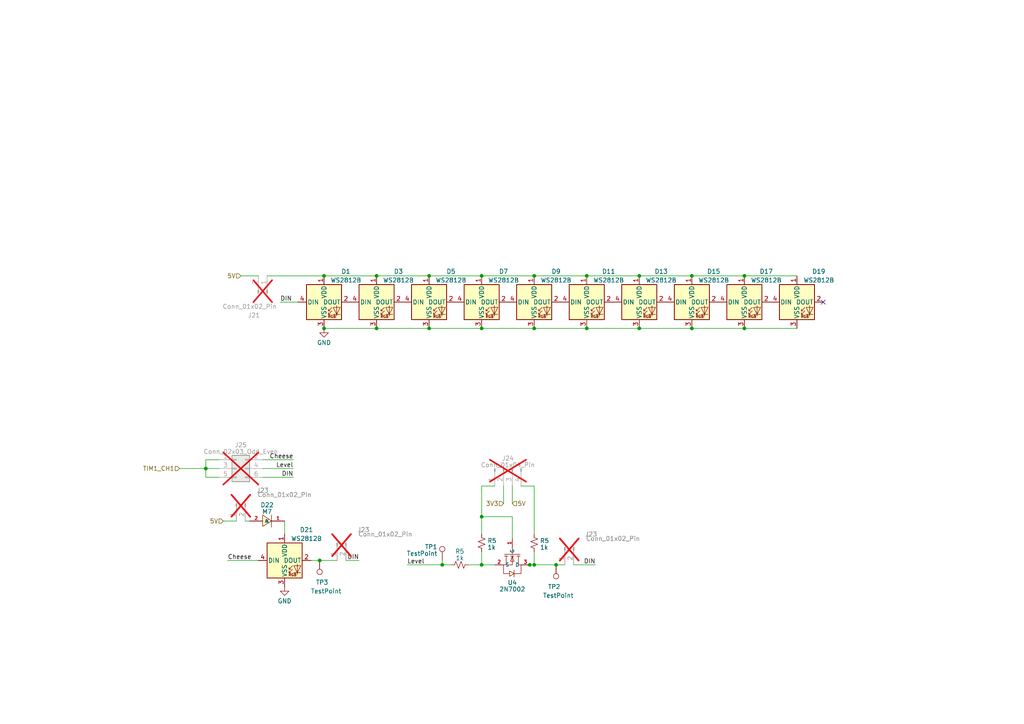
<source format=kicad_sch>
(kicad_sch (version 20230121) (generator eeschema)
  (paper "A4")
  (lib_symbols
    (symbol "Connector:Conn_01x02_Pin" (pin_names (offset 1.016) hide)
      (property "Reference" "J" (at 0 2.54 0))
      (property "Value" "Conn_01x02_Pin" (at 0 -5.08 0))
      (symbol "Conn_01x02_Pin_1_1"
        (polyline (pts (xy 1.27 -2.54) (xy 0.8636 -2.54)) (stroke (width 0.1524)))
        (polyline (pts (xy 1.27 0) (xy 0.8636 0)) (stroke (width 0.1524)))
        (rectangle (start 0.8636 -2.413) (end 0 -2.667) (stroke (width 0.1524)) (fill (type outline)))
        (rectangle (start 0.8636 0.127) (end 0 -0.127) (stroke (width 0.1524)) (fill (type outline)))
        (pin passive line (at 5.08 0 180) (length 3.81) (name "Pin_1") (number "1"))
        (pin passive line (at 5.08 -2.54 180) (length 3.81) (name "Pin_2") (number "2"))
      )
    )
    (symbol "Connector:Conn_01x04_Pin" (pin_names (offset 1.016) hide)
      (property "Reference" "J" (at 0 5.08 0))
      (property "Value" "Conn_01x04_Pin" (at 0 -7.62 0))
      (symbol "Conn_01x04_Pin_1_1"
        (polyline (pts (xy 1.27 -5.08) (xy 0.8636 -5.08)) (stroke (width 0.1524)))
        (polyline (pts (xy 1.27 -2.54) (xy 0.8636 -2.54)) (stroke (width 0.1524)))
        (polyline (pts (xy 1.27 0) (xy 0.8636 0)) (stroke (width 0.1524)))
        (polyline (pts (xy 1.27 2.54) (xy 0.8636 2.54)) (stroke (width 0.1524)))
        (rectangle (start 0.8636 -4.953) (end 0 -5.207) (stroke (width 0.1524)) (fill (type outline)))
        (rectangle (start 0.8636 -2.413) (end 0 -2.667) (stroke (width 0.1524)) (fill (type outline)))
        (rectangle (start 0.8636 0.127) (end 0 -0.127) (stroke (width 0.1524)) (fill (type outline)))
        (rectangle (start 0.8636 2.667) (end 0 2.413) (stroke (width 0.1524)) (fill (type outline)))
        (pin passive line (at 5.08 2.54 180) (length 3.81) (name "Pin_1") (number "1"))
        (pin passive line (at 5.08 0 180) (length 3.81) (name "Pin_2") (number "2"))
        (pin passive line (at 5.08 -2.54 180) (length 3.81) (name "Pin_3") (number "3"))
        (pin passive line (at 5.08 -5.08 180) (length 3.81) (name "Pin_4") (number "4"))
      )
    )
    (symbol "Connector:TestPoint" (pin_numbers hide) (pin_names (offset 0.762) hide)
      (property "Reference" "TP" (at 0 6.858 0))
      (property "Value" "TestPoint" (at 0 5.08 0))
      (symbol "TestPoint_0_1"
        (circle (center 0 3.302) (radius 0.762))
      )
      (symbol "TestPoint_1_1"
        (pin passive line (at 0 0 90) (length 2.54) (name "1") (number "1"))
      )
    )
    (symbol "Connector_Generic:Conn_02x03_Odd_Even" (pin_names (offset 1.016) hide)
      (property "Reference" "J" (at 1.27 5.08 0))
      (property "Value" "Conn_02x03_Odd_Even" (at 1.27 -5.08 0))
      (symbol "Conn_02x03_Odd_Even_1_1"
        (rectangle (start -1.27 -2.413) (end 0 -2.667) (stroke (width 0.1524)))
        (rectangle (start -1.27 0.127) (end 0 -0.127) (stroke (width 0.1524)))
        (rectangle (start -1.27 2.667) (end 0 2.413) (stroke (width 0.1524)))
        (rectangle (start -1.27 3.81) (end 3.81 -3.81) (stroke (width 0.254)) (fill (type background)))
        (rectangle (start 3.81 -2.413) (end 2.54 -2.667) (stroke (width 0.1524)))
        (rectangle (start 3.81 0.127) (end 2.54 -0.127) (stroke (width 0.1524)))
        (rectangle (start 3.81 2.667) (end 2.54 2.413) (stroke (width 0.1524)))
        (pin passive line (at -5.08 2.54 0) (length 3.81) (name "Pin_1") (number "1"))
        (pin passive line (at 7.62 2.54 180) (length 3.81) (name "Pin_2") (number "2"))
        (pin passive line (at -5.08 0 0) (length 3.81) (name "Pin_3") (number "3"))
        (pin passive line (at 7.62 0 180) (length 3.81) (name "Pin_4") (number "4"))
        (pin passive line (at -5.08 -2.54 0) (length 3.81) (name "Pin_5") (number "5"))
        (pin passive line (at 7.62 -2.54 180) (length 3.81) (name "Pin_6") (number "6"))
      )
    )
    (symbol "Device:R_Small_US" (pin_numbers hide) (pin_names (offset 0.254) hide)
      (property "Reference" "R" (at 0.762 0.508 0))
      (property "Value" "R_Small_US" (at 0.762 -1.016 0))
      (symbol "R_Small_US_1_1"
        (polyline (pts (xy 0 0) (xy 1.016 -0.381) (xy 0 -0.762) (xy -1.016 -1.143) (xy 0 -1.524)))
        (polyline (pts (xy 0 1.524) (xy 1.016 1.143) (xy 0 0.762) (xy -1.016 0.381) (xy 0 0)))
        (pin passive line (at 0 2.54 270) (length 1.016) (name "~") (number "1"))
        (pin passive line (at 0 -2.54 90) (length 1.016) (name "~") (number "2"))
      )
    )
    (symbol "EEE4022S:AO3400A"
      (property "Reference" "U" (at 0 1.27 0))
      (property "Value" "AO3400A" (at 0 -2.54 0))
      (symbol "AO3400A_0_1"
        (polyline (pts (xy -2.54 0) (xy -0.508 0)))
        (polyline (pts (xy -0.508 2.286) (xy -0.508 -2.286)))
        (polyline (pts (xy 0 -2.286) (xy 0 -1.27)))
        (polyline (pts (xy 0 -0.508) (xy 0 0.508)))
        (polyline (pts (xy 0 2.286) (xy 0 1.27)))
        (polyline (pts (xy 2.54 -1.778) (xy 0 -1.778)))
        (polyline (pts (xy 0 0) (xy 1.524 -0.508) (xy 1.524 0.508) (xy 0 0)) (fill (type background)))
        (polyline (pts (xy 5.08 0.508) (xy 4.318 -0.762) (xy 5.842 -0.762) (xy 5.08 0.508)) (fill (type background)))
        (polyline (pts (xy 6.096 0.508) (xy 5.588 0.508) (xy 4.572 0.508) (xy 4.064 0.508)))
        (polyline (pts (xy 0 0) (xy 2.54 0) (xy 2.54 -2.54) (xy 5.08 -2.54) (xy 5.08 -0.762)))
        (polyline (pts (xy 0 1.778) (xy 2.54 1.778) (xy 2.54 2.54) (xy 5.08 2.54) (xy 5.08 0.508)))
        (pin unspecified line (at -5.08 0 0) (length 2.54) (name "G") (number "1"))
        (pin unspecified line (at 2.54 -5.08 90) (length 2.54) (name "S") (number "2"))
        (pin unspecified line (at 2.54 5.08 270) (length 2.54) (name "D") (number "3"))
      )
    )
    (symbol "EEE4022S:M7_C95872"
      (property "Reference" "D" (at 0 1.27 0))
      (property "Value" "M7_C95872" (at 0 -2.54 0))
      (symbol "M7_C95872_0_1"
        (polyline (pts (xy -1.27 1.778) (xy -1.27 -1.778)))
        (polyline (pts (xy 1.27 1.524) (xy -1.27 0) (xy 1.27 -1.778) (xy 1.27 1.524)) (fill (type background)))
        (pin unspecified line (at -5.08 0 0) (length 3.81) (name "K") (number "1"))
        (pin unspecified line (at 5.08 0 180) (length 3.81) (name "A") (number "2"))
      )
    )
    (symbol "LED:WS2812B" (pin_names (offset 0.254))
      (property "Reference" "D" (at 5.08 5.715 0))
      (property "Value" "WS2812B" (at 1.27 -5.715 0))
      (symbol "WS2812B_0_0"
        (text "RGB" (at 2.286 -4.191 0) (effects (font (size 0.762 0.762))))
      )
      (symbol "WS2812B_0_1"
        (polyline (pts (xy 1.27 -3.556) (xy 1.778 -3.556)))
        (polyline (pts (xy 1.27 -2.54) (xy 1.778 -2.54)))
        (polyline (pts (xy 4.699 -3.556) (xy 2.667 -3.556)))
        (polyline (pts (xy 2.286 -2.54) (xy 1.27 -3.556) (xy 1.27 -3.048)))
        (polyline (pts (xy 2.286 -1.524) (xy 1.27 -2.54) (xy 1.27 -2.032)))
        (polyline (pts (xy 3.683 -1.016) (xy 3.683 -3.556) (xy 3.683 -4.064)))
        (polyline (pts (xy 4.699 -1.524) (xy 2.667 -1.524) (xy 3.683 -3.556) (xy 4.699 -1.524)))
        (rectangle (start 5.08 5.08) (end -5.08 -5.08) (stroke (width 0.254)) (fill (type background)))
      )
      (symbol "WS2812B_1_1"
        (pin power_in line (at 0 7.62 270) (length 2.54) (name "VDD") (number "1"))
        (pin output line (at 7.62 0 180) (length 2.54) (name "DOUT") (number "2"))
        (pin power_in line (at 0 -7.62 90) (length 2.54) (name "VSS") (number "3"))
        (pin input line (at -7.62 0 0) (length 2.54) (name "DIN") (number "4"))
      )
    )
    (symbol "power:GND" (power) (pin_names (offset 0))
      (property "Value" "GND" (at 0 -3.81 0))
      (symbol "GND_0_1"
        (polyline (pts (xy 0 0) (xy 0 -1.27) (xy 1.27 -1.27) (xy 0 -2.54) (xy -1.27 -1.27) (xy 0 -1.27)))
      )
      (symbol "GND_1_1"
        (pin power_in line (at 0 0 270) (length 0) hide (name "GND") (number "1"))
      )
    )
  )
  (junction (at 154.94 95.25))
  (junction (at 161.29 163.83))
  (junction (at 139.7 80.01))
  (junction (at 200.66 80.01))
  (junction (at 92.71 162.56))
  (junction (at 154.94 80.01))
  (junction (at 59.69 135.89))
  (junction (at 200.66 95.25))
  (junction (at 124.46 95.25))
  (junction (at 215.9 80.01))
  (junction (at 170.18 80.01))
  (junction (at 185.42 80.01))
  (junction (at 153.67 163.83))
  (junction (at 215.9 95.25))
  (junction (at 139.7 95.25))
  (junction (at 154.94 163.83))
  (junction (at 93.98 80.01))
  (junction (at 109.22 95.25))
  (junction (at 93.98 95.25))
  (junction (at 185.42 95.25))
  (junction (at 170.18 95.25))
  (junction (at 124.46 80.01))
  (junction (at 109.22 80.01))
  (junction (at 139.7 149.86))
  (junction (at 139.7 163.83))
  (junction (at 128.27 163.83))
  (no_connect (at 238.76 87.63))
  (wire (pts (xy 59.69 135.89) (xy 59.69 133.35)))
  (wire (pts (xy 76.2 133.35) (xy 85.09 133.35)))
  (wire (pts (xy 151.13 140.97) (xy 154.94 140.97)))
  (wire (pts (xy 59.69 135.89) (xy 63.5 135.89)))
  (wire (pts (xy 128.27 162.56) (xy 128.27 163.83)))
  (wire (pts (xy 81.28 87.63) (xy 86.36 87.63)))
  (wire (pts (xy 161.29 163.83) (xy 163.83 163.83)))
  (wire (pts (xy 148.59 149.86) (xy 148.59 156.21)))
  (wire (pts (xy 200.66 80.01) (xy 215.9 80.01)))
  (wire (pts (xy 71.12 151.13) (xy 72.39 151.13)))
  (wire (pts (xy 154.94 80.01) (xy 170.18 80.01)))
  (wire (pts (xy 139.7 140.97) (xy 139.7 149.86)))
  (wire (pts (xy 154.94 140.97) (xy 154.94 154.94)))
  (wire (pts (xy 215.9 95.25) (xy 231.14 95.25)))
  (wire (pts (xy 139.7 163.83) (xy 143.51 163.83)))
  (wire (pts (xy 139.7 95.25) (xy 154.94 95.25)))
  (wire (pts (xy 64.77 151.13) (xy 68.58 151.13)))
  (wire (pts (xy 185.42 95.25) (xy 200.66 95.25)))
  (wire (pts (xy 148.59 146.05) (xy 148.59 140.97)))
  (wire (pts (xy 82.55 151.13) (xy 82.55 154.94)))
  (wire (pts (xy 146.05 146.05) (xy 146.05 140.97)))
  (wire (pts (xy 76.2 135.89) (xy 85.09 135.89)))
  (wire (pts (xy 154.94 95.25) (xy 170.18 95.25)))
  (wire (pts (xy 139.7 80.01) (xy 154.94 80.01)))
  (wire (pts (xy 135.89 163.83) (xy 139.7 163.83)))
  (wire (pts (xy 152.4 163.83) (xy 153.67 163.83)))
  (wire (pts (xy 69.85 80.01) (xy 74.93 80.01)))
  (wire (pts (xy 66.04 162.56) (xy 74.93 162.56)))
  (wire (pts (xy 154.94 160.02) (xy 154.94 163.83)))
  (wire (pts (xy 93.98 95.25) (xy 109.22 95.25)))
  (wire (pts (xy 154.94 163.83) (xy 161.29 163.83)))
  (wire (pts (xy 109.22 95.25) (xy 124.46 95.25)))
  (wire (pts (xy 52.07 135.89) (xy 59.69 135.89)))
  (wire (pts (xy 139.7 149.86) (xy 148.59 149.86)))
  (wire (pts (xy 92.71 162.56) (xy 97.79 162.56)))
  (wire (pts (xy 76.2 138.43) (xy 85.09 138.43)))
  (wire (pts (xy 100.33 162.56) (xy 104.14 162.56)))
  (wire (pts (xy 90.17 162.56) (xy 92.71 162.56)))
  (wire (pts (xy 200.66 95.25) (xy 215.9 95.25)))
  (wire (pts (xy 139.7 160.02) (xy 139.7 163.83)))
  (wire (pts (xy 93.98 80.01) (xy 109.22 80.01)))
  (wire (pts (xy 185.42 80.01) (xy 200.66 80.01)))
  (wire (pts (xy 59.69 138.43) (xy 63.5 138.43)))
  (wire (pts (xy 59.69 133.35) (xy 63.5 133.35)))
  (wire (pts (xy 124.46 80.01) (xy 139.7 80.01)))
  (wire (pts (xy 124.46 95.25) (xy 139.7 95.25)))
  (wire (pts (xy 215.9 80.01) (xy 231.14 80.01)))
  (wire (pts (xy 77.47 80.01) (xy 93.98 80.01)))
  (wire (pts (xy 118.11 163.83) (xy 128.27 163.83)))
  (wire (pts (xy 128.27 163.83) (xy 130.81 163.83)))
  (wire (pts (xy 143.51 140.97) (xy 139.7 140.97)))
  (wire (pts (xy 139.7 149.86) (xy 139.7 154.94)))
  (wire (pts (xy 166.37 163.83) (xy 172.72 163.83)))
  (wire (pts (xy 170.18 80.01) (xy 185.42 80.01)))
  (wire (pts (xy 59.69 135.89) (xy 59.69 138.43)))
  (wire (pts (xy 109.22 80.01) (xy 124.46 80.01)))
  (wire (pts (xy 170.18 95.25) (xy 185.42 95.25)))
  (wire (pts (xy 154.94 163.83) (xy 153.67 163.83)))
  (label "DIN" (at 172.72 163.83 180))
  (label "Level" (at 85.09 135.89 180))
  (label "Level" (at 118.11 163.83 0))
  (label "Cheese" (at 66.04 162.56 0))
  (label "DIN" (at 81.28 87.63 0))
  (label "DIN" (at 85.09 138.43 180))
  (label "DIN" (at 104.14 162.56 180))
  (label "Cheese" (at 85.09 133.35 180))
  (hierarchical_label "5V" (shape input) (at 69.85 80.01 180))
  (hierarchical_label "TIM1_CH1" (shape input) (at 52.07 135.89 180))
  (hierarchical_label "5V" (shape input) (at 148.59 146.05 0))
  (hierarchical_label "3V3" (shape input) (at 146.05 146.05 180))
  (hierarchical_label "5V" (shape input) (at 64.77 151.13 180))
  (symbol (lib_id "LED:WS2812B") (at 124.46 87.63 0) (unit 1)
    (property "Reference" "D5" (at 130.81 78.74 0))
    (property "Value" "WS2812B" (at 130.81 81.28 0))
    (property "Footprint" "Library:LED-SMD_4P-L5.0-W5.0-BL_XL-5050RGBC" (effects hide))
    (property "Datasheet" "https://wmsc.lcsc.com/wmsc/upload/file/pdf/v2/lcsc/2404120946_XINGLIGHT-XL-5050RGBC-WS2812B_C2843785.pdf" (effects hide))
    (property "LCSC" "C2843785" (effects hide))
    (instances (project "Retro Display Module" (path "" (reference "D5") (unit 1)) (path "" (reference "D6") (unit 1))))
  )
  (symbol (lib_id "Connector:TestPoint") (at 161.29 163.83 180) (unit 1)
    (property "Reference" "TP2" (at 162.56 170.18 0) (effects (justify left)))
    (property "Value" "TestPoint" (at 166.37 172.72 0) (effects (justify left)))
    (property "Footprint" "Library:TestPoint_THTPad_2.0x2.0mm_Drill1.0mm" (effects hide))
    (instances (project "Retro Display Module" (path "" (reference "TP2") (unit 1)) (path "" (reference "TP6") (unit 1))) (project "USB PD" (path "" (reference "TP1") (unit 1))))
  )
  (symbol (lib_id "power:GND") (at 82.55 170.18 0) (unit 1)
    (property "Reference" "#PWR010" (effects hide))
    (property "Value" "GND" (at 82.55 174.3155 0))
    (instances (project "Retro Display Module" (path "" (reference "#PWR010") (unit 1)) (path "" (reference "#PWR019") (unit 1))))
  )
  (symbol (lib_id "power:GND") (at 93.98 95.25 0) (unit 1)
    (property "Reference" "#PWR02" (effects hide))
    (property "Value" "GND" (at 93.98 99.3855 0))
    (instances (project "Retro Display Module" (path "" (reference "#PWR02") (unit 1)) (path "" (reference "#PWR020") (unit 1))))
  )
  (symbol (lib_id "Connector:Conn_01x04_Pin") (at 146.05 135.89 90) (mirror x) (unit 1) (dnp yes)
    (property "Reference" "J24" (at 147.32 132.9309 90))
    (property "Value" "Conn_01x04_Pin" (at 147.32 134.8519 90))
    (property "Footprint" "Connector_PinHeader_2.54mm:PinHeader_1x04_P2.54mm_Vertical" (effects hide))
    (instances (project "Retro Display Module" (path "" (reference "J24") (unit 1)) (path "" (reference "J29") (unit 1))))
  )
  (symbol (lib_id "LED:WS2812B") (at 215.9 87.63 0) (unit 1)
    (property "Reference" "D17" (at 222.25 78.74 0))
    (property "Value" "WS2812B" (at 222.25 81.28 0))
    (property "Footprint" "Library:LED-SMD_4P-L5.0-W5.0-BL_XL-5050RGBC" (effects hide))
    (property "Datasheet" "https://wmsc.lcsc.com/wmsc/upload/file/pdf/v2/lcsc/2404120946_XINGLIGHT-XL-5050RGBC-WS2812B_C2843785.pdf" (effects hide))
    (property "LCSC" "C2843785" (effects hide))
    (instances (project "Retro Display Module" (path "" (reference "D17") (unit 1)) (path "" (reference "D12") (unit 1))))
  )
  (symbol (lib_id "LED:WS2812B") (at 139.7 87.63 0) (unit 1)
    (property "Reference" "D7" (at 146.05 78.74 0))
    (property "Value" "WS2812B" (at 146.05 81.28 0))
    (property "Footprint" "Library:LED-SMD_4P-L5.0-W5.0-BL_XL-5050RGBC" (effects hide))
    (property "Datasheet" "https://wmsc.lcsc.com/wmsc/upload/file/pdf/v2/lcsc/2404120946_XINGLIGHT-XL-5050RGBC-WS2812B_C2843785.pdf" (effects hide))
    (property "LCSC" "C2843785" (effects hide))
  )
  (symbol (lib_id "Device:R_Small_US") (at 139.7 157.48 180) (unit 1)
    (property "Reference" "R5" (at 141.351 156.8363 0) (effects (justify right)))
    (property "Value" "1k" (at 141.351 158.7573 0) (effects (justify right)))
    (property "Footprint" "Resistor_SMD:R_0805_2012Metric" (effects hide))
    (property "LCSC" "C17513" (effects hide))
    (instances (project "Retro Display Module" (path "" (reference "R5") (unit 1)) (path "" (reference "R17") (unit 1))))
  )
  (symbol (lib_id "Connector:TestPoint") (at 92.71 162.56 180) (unit 1)
    (property "Reference" "TP3" (at 95.25 168.91 0) (effects (justify left)))
    (property "Value" "TestPoint" (at 99.06 171.45 0) (effects (justify left)))
    (property "Footprint" "Library:TestPoint_THTPad_2.0x2.0mm_Drill1.0mm" (effects hide))
    (instances (project "Retro Display Module" (path "" (reference "TP3") (unit 1)) (path "" (reference "TP4") (unit 1))) (project "USB PD" (path "" (reference "TP1") (unit 1))))
  )
  (symbol (lib_id "LED:WS2812B") (at 231.14 87.63 0) (unit 1)
    (property "Reference" "D19" (at 237.49 78.74 0))
    (property "Value" "WS2812B" (at 237.49 81.28 0))
    (property "Footprint" "Library:LED-SMD_4P-L5.0-W5.0-BL_XL-5050RGBC" (effects hide))
    (property "Datasheet" "https://wmsc.lcsc.com/wmsc/upload/file/pdf/v2/lcsc/2404120946_XINGLIGHT-XL-5050RGBC-WS2812B_C2843785.pdf" (effects hide))
    (property "LCSC" "C2843785" (effects hide))
    (instances (project "Retro Display Module" (path "" (reference "D19") (unit 1)) (path "" (reference "D13") (unit 1))))
  )
  (symbol (lib_id "EEE4022S:AO3400A") (at 148.59 161.29 270) (unit 1)
    (property "Reference" "U4" (at 148.59 168.9815 90))
    (property "Value" "2N7002" (at 148.59 170.9025 90))
    (property "Footprint" "Library:SOT-23-3_L2.9-W1.3-P1.90-LS2.4-BR" (effects hide))
    (property "Datasheet" "https://wmsc.lcsc.com/wmsc/upload/file/pdf/v2/lcsc/2304140030_Jiangsu-Changjing-Electronics-Technology-Co---Ltd--2N7002_C8545.pdf" (effects hide))
    (property "LCSC" "C8545" (effects hide))
    (instances (project "Retro Display Module" (path "" (reference "U4") (unit 1)) (path "" (reference "U9") (unit 1))))
  )
  (symbol (lib_id "LED:WS2812B") (at 200.66 87.63 0) (unit 1)
    (property "Reference" "D15" (at 207.01 78.74 0))
    (property "Value" "WS2812B" (at 207.01 81.28 0))
    (property "Footprint" "Library:LED-SMD_4P-L5.0-W5.0-BL_XL-5050RGBC" (effects hide))
    (property "Datasheet" "https://wmsc.lcsc.com/wmsc/upload/file/pdf/v2/lcsc/2404120946_XINGLIGHT-XL-5050RGBC-WS2812B_C2843785.pdf" (effects hide))
    (property "LCSC" "C2843785" (effects hide))
    (instances (project "Retro Display Module" (path "" (reference "D15") (unit 1)) (path "" (reference "D11") (unit 1))))
  )
  (symbol (lib_id "Connector_Generic:Conn_02x03_Odd_Even") (at 68.58 135.89 0) (unit 1) (in_bom no) (dnp yes)
    (property "Reference" "J25" (at 69.85 129.0701 0))
    (property "Value" "Conn_02x03_Odd_Even" (at 69.85 130.9911 0))
    (property "Footprint" "Connector_PinHeader_2.54mm:PinHeader_2x03_P2.54mm_Vertical" (effects hide))
  )
  (symbol (lib_id "Device:R_Small_US") (at 154.94 157.48 180) (unit 1)
    (property "Reference" "R5" (at 156.591 156.8363 0) (effects (justify right)))
    (property "Value" "1k" (at 156.591 158.7573 0) (effects (justify right)))
    (property "Footprint" "Resistor_SMD:R_0805_2012Metric" (effects hide))
    (property "LCSC" "C17513" (effects hide))
    (instances (project "Retro Display Module" (path "" (reference "R5") (unit 1)) (path "" (reference "R18") (unit 1))))
  )
  (symbol (lib_id "EEE4022S:M7_C95872") (at 77.47 151.13 180) (unit 1)
    (property "Reference" "D22" (at 77.47 146.4691 0))
    (property "Value" "M7" (at 77.47 148.3901 0))
    (property "Footprint" "Library:SMA_L4.3-W2.6-LS5.2-RD" (effects hide))
    (property "Datasheet" "https://wmsc.lcsc.com/wmsc/upload/file/pdf/v2/lcsc/2407101107_MDD-Microdiode-Semiconductor-M7_C95872.pdf" (effects hide))
    (property "LCSC" "C95872" (effects hide))
    (instances (project "Retro Display Module" (path "" (reference "D22") (unit 1)) (path "" (reference "D2") (unit 1))))
  )
  (symbol (lib_id "Connector:Conn_01x02_Pin") (at 77.47 85.09 270) (mirror x) (unit 1) (dnp yes)
    (property "Reference" "J21" (at 73.66 91.44 90))
    (property "Value" "Conn_01x02_Pin" (at 72.39 88.9 90))
    (property "Footprint" "Connector_PinHeader_2.54mm:PinHeader_1x02_P2.54mm_Vertical" (effects hide))
    (instances (project "Retro Display Module" (path "" (reference "J21") (unit 1)) (path "" (reference "J27") (unit 1))) (project "USB PD" (path "" (reference "J9") (unit 1))))
  )
  (symbol (lib_id "LED:WS2812B") (at 154.94 87.63 0) (unit 1)
    (property "Reference" "D9" (at 161.29 78.74 0))
    (property "Value" "WS2812B" (at 161.29 81.28 0))
    (property "Footprint" "Library:LED-SMD_4P-L5.0-W5.0-BL_XL-5050RGBC" (effects hide))
    (property "Datasheet" "https://wmsc.lcsc.com/wmsc/upload/file/pdf/v2/lcsc/2404120946_XINGLIGHT-XL-5050RGBC-WS2812B_C2843785.pdf" (effects hide))
    (property "LCSC" "C2843785" (effects hide))
    (instances (project "Retro Display Module" (path "" (reference "D9") (unit 1)) (path "" (reference "D8") (unit 1))))
  )
  (symbol (lib_id "LED:WS2812B") (at 109.22 87.63 0) (unit 1)
    (property "Reference" "D3" (at 115.57 78.74 0))
    (property "Value" "WS2812B" (at 115.57 81.28 0))
    (property "Footprint" "Library:LED-SMD_4P-L5.0-W5.0-BL_XL-5050RGBC" (effects hide))
    (property "Datasheet" "https://wmsc.lcsc.com/wmsc/upload/file/pdf/v2/lcsc/2404120946_XINGLIGHT-XL-5050RGBC-WS2812B_C2843785.pdf" (effects hide))
    (property "LCSC" "C2843785" (effects hide))
    (instances (project "Retro Display Module" (path "" (reference "D3") (unit 1)) (path "" (reference "D5") (unit 1))))
  )
  (symbol (lib_id "Connector:TestPoint") (at 128.27 162.56 0) (mirror y) (unit 1)
    (property "Reference" "TP1" (at 126.873 158.6143 0) (effects (justify left)))
    (property "Value" "TestPoint" (at 126.873 160.5353 0) (effects (justify left)))
    (property "Footprint" "Library:TestPoint_THTPad_2.0x2.0mm_Drill1.0mm" (effects hide))
    (instances (project "Retro Display Module" (path "" (reference "TP1") (unit 1)) (path "" (reference "TP5") (unit 1))) (project "USB PD" (path "" (reference "TP1") (unit 1))))
  )
  (symbol (lib_id "LED:WS2812B") (at 82.55 162.56 0) (unit 1)
    (property "Reference" "D21" (at 88.9 153.67 0))
    (property "Value" "WS2812B" (at 88.9 156.21 0))
    (property "Footprint" "Library:LED-SMD_4P-L5.0-W5.0-BL_XL-5050RGBC" (effects hide))
    (property "Datasheet" "https://wmsc.lcsc.com/wmsc/upload/file/pdf/v2/lcsc/2404120946_XINGLIGHT-XL-5050RGBC-WS2812B_C2843785.pdf" (effects hide))
    (property "LCSC" "C2843785" (effects hide))
    (instances (project "Retro Display Module" (path "" (reference "D21") (unit 1)) (path "" (reference "D3") (unit 1))))
  )
  (symbol (lib_id "Connector:Conn_01x02_Pin") (at 97.79 157.48 90) (mirror x) (unit 1) (dnp yes)
    (property "Reference" "J23" (at 105.41 153.67 90))
    (property "Value" "Conn_01x02_Pin" (at 111.76 154.94 90))
    (property "Footprint" "Connector_PinHeader_2.54mm:PinHeader_1x02_P2.54mm_Vertical" (effects hide))
    (instances (project "Retro Display Module" (path "" (reference "J23") (unit 1)) (path "" (reference "J28") (unit 1))) (project "USB PD" (path "" (reference "J9") (unit 1))))
  )
  (symbol (lib_id "Connector:Conn_01x02_Pin") (at 163.83 158.75 90) (mirror x) (unit 1) (dnp yes)
    (property "Reference" "J23" (at 171.45 154.94 90))
    (property "Value" "Conn_01x02_Pin" (at 177.8 156.21 90))
    (property "Footprint" "Connector_PinHeader_2.54mm:PinHeader_1x02_P2.54mm_Vertical" (effects hide))
    (instances (project "Retro Display Module" (path "" (reference "J23") (unit 1)) (path "" (reference "J30") (unit 1))) (project "USB PD" (path "" (reference "J9") (unit 1))))
  )
  (symbol (lib_id "Device:R_Small_US") (at 133.35 163.83 270) (unit 1)
    (property "Reference" "R5" (at 133.35 159.9311 90))
    (property "Value" "1k" (at 133.35 161.8521 90))
    (property "Footprint" "Resistor_SMD:R_0805_2012Metric" (effects hide))
    (property "LCSC" "C17513" (effects hide))
    (instances (project "Retro Display Module" (path "" (reference "R5") (unit 1)) (path "" (reference "R16") (unit 1))))
  )
  (symbol (lib_id "LED:WS2812B") (at 185.42 87.63 0) (unit 1)
    (property "Reference" "D13" (at 191.77 78.74 0))
    (property "Value" "WS2812B" (at 191.77 81.28 0))
    (property "Footprint" "Library:LED-SMD_4P-L5.0-W5.0-BL_XL-5050RGBC" (effects hide))
    (property "Datasheet" "https://wmsc.lcsc.com/wmsc/upload/file/pdf/v2/lcsc/2404120946_XINGLIGHT-XL-5050RGBC-WS2812B_C2843785.pdf" (effects hide))
    (property "LCSC" "C2843785" (effects hide))
    (instances (project "Retro Display Module" (path "" (reference "D13") (unit 1)) (path "" (reference "D10") (unit 1))))
  )
  (symbol (lib_id "Connector:Conn_01x02_Pin") (at 68.58 146.05 90) (mirror x) (unit 1) (dnp yes)
    (property "Reference" "J23" (at 76.2 142.24 90))
    (property "Value" "Conn_01x02_Pin" (at 82.55 143.51 90))
    (property "Footprint" "Connector_PinHeader_2.54mm:PinHeader_1x02_P2.54mm_Vertical" (effects hide))
    (instances (project "Retro Display Module" (path "" (reference "J23") (unit 1)) (path "" (reference "J26") (unit 1))) (project "USB PD" (path "" (reference "J9") (unit 1))))
  )
  (symbol (lib_id "LED:WS2812B") (at 170.18 87.63 0) (unit 1)
    (property "Reference" "D11" (at 176.53 78.74 0))
    (property "Value" "WS2812B" (at 176.53 81.28 0))
    (property "Footprint" "Library:LED-SMD_4P-L5.0-W5.0-BL_XL-5050RGBC" (effects hide))
    (property "Datasheet" "https://wmsc.lcsc.com/wmsc/upload/file/pdf/v2/lcsc/2404120946_XINGLIGHT-XL-5050RGBC-WS2812B_C2843785.pdf" (effects hide))
    (property "LCSC" "C2843785" (effects hide))
    (instances (project "Retro Display Module" (path "" (reference "D11") (unit 1)) (path "" (reference "D9") (unit 1))))
  )
  (symbol (lib_id "LED:WS2812B") (at 93.98 87.63 0) (unit 1)
    (property "Reference" "D1" (at 100.33 78.74 0))
    (property "Value" "WS2812B" (at 100.33 81.28 0))
    (property "Footprint" "Library:LED-SMD_4P-L5.0-W5.0-BL_XL-5050RGBC" (effects hide))
    (property "Datasheet" "https://wmsc.lcsc.com/wmsc/upload/file/pdf/v2/lcsc/2404120946_XINGLIGHT-XL-5050RGBC-WS2812B_C2843785.pdf" (effects hide))
    (property "LCSC" "C2843785" (effects hide))
    (instances (project "Retro Display Module" (path "" (reference "D1") (unit 1)) (path "" (reference "D4") (unit 1))))
  )
)
</source>
